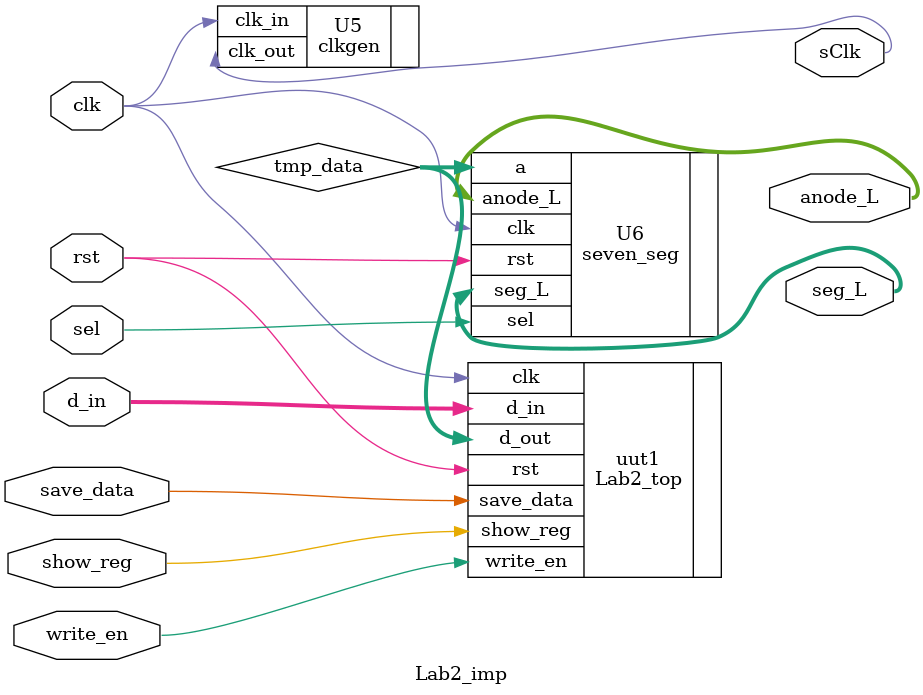
<source format=v>
`timescale 1ns / 1ps


module Lab2_imp(
    input        clk,
    input        rst,
    input        write_en,
    input        save_data,
    input        show_reg,
    input        sel,         // select bench number on 7-seg when high
    input  [7:0] d_in,        // SW7..SW0
    output       sClk,        // slow clock (LED[7])
    output [3:0] anode_L,     // 7-seg anodes
    output [6:0] seg_L        // 7-seg segments (active low)
);

    // Data shown on seven segment
    wire [7:0] tmp_data;

    // ============== Your Lab2_top instance (connect d_out -> tmp_data) ==============
    Lab2_top uut1 (
        .clk      (clk),
        .rst      (rst),
        .write_en (write_en),
        .save_data(save_data),
        .show_reg (show_reg),
        .d_in     (d_in),
        .d_out    (tmp_data)
    );

    // Slow clock for LED[7] (visual cue for button sampling)
    clkgen   U5 (.clk_in(clk), .clk_out(sClk));

    // Seven-seg driver (shows tmp_data unless sel=1, then shows bench number)
    seven_seg U6 (
        .a      (tmp_data),
        .clk    (clk),
        .rst    (rst),
        .sel    (sel),
        .anode_L(anode_L),
        .seg_L  (seg_L)
    );

endmodule
</source>
